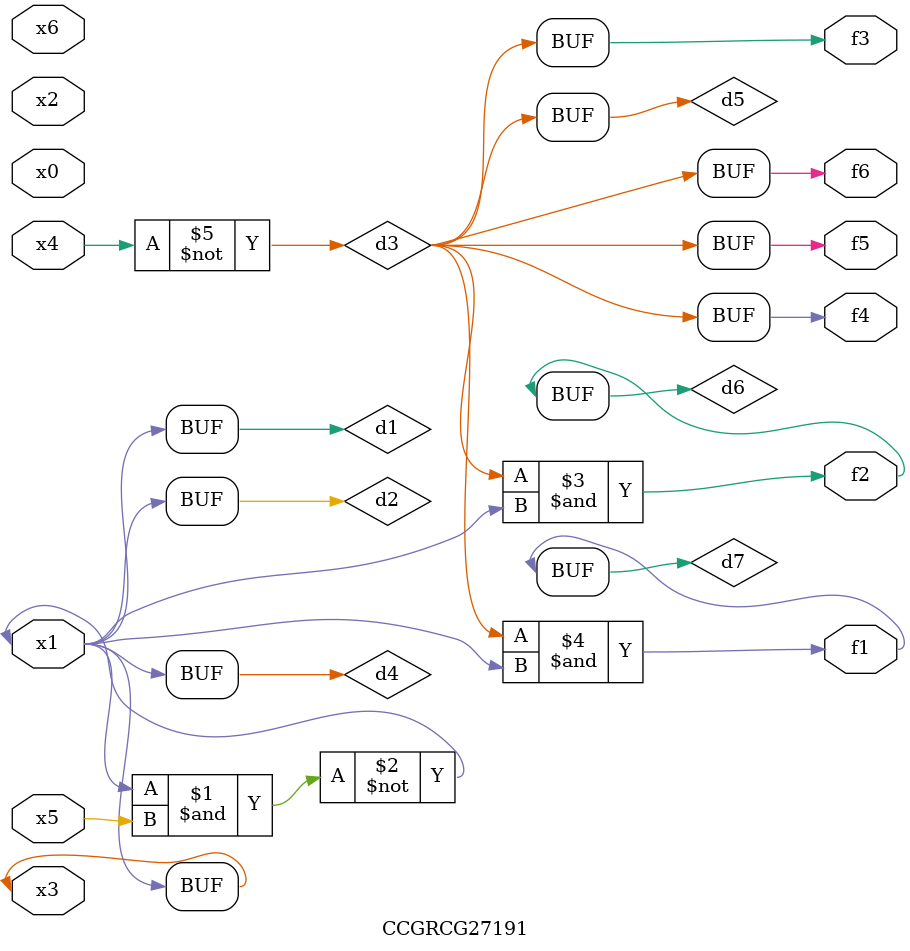
<source format=v>
module CCGRCG27191(
	input x0, x1, x2, x3, x4, x5, x6,
	output f1, f2, f3, f4, f5, f6
);

	wire d1, d2, d3, d4, d5, d6, d7;

	buf (d1, x1, x3);
	nand (d2, x1, x5);
	not (d3, x4);
	buf (d4, d1, d2);
	buf (d5, d3);
	and (d6, d3, d4);
	and (d7, d3, d4);
	assign f1 = d7;
	assign f2 = d6;
	assign f3 = d5;
	assign f4 = d5;
	assign f5 = d5;
	assign f6 = d5;
endmodule

</source>
